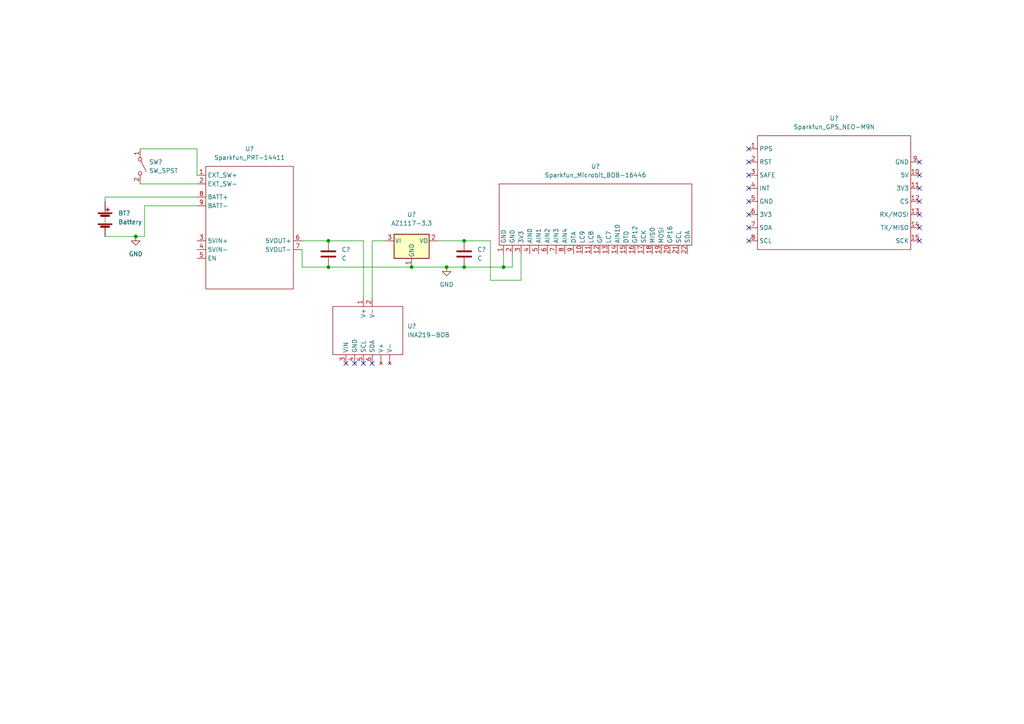
<source format=kicad_sch>
(kicad_sch (version 20230121) (generator eeschema)
  (paper "A4")
  (title_block (title "Backup Emergency Recovery Transmitter") (date "2023-02-21") (rev "Gen2-Rev2") (company "Make to Innovate") (comment 1 "HABET") (comment 2 "Matthew E. Nelson"))
  (lib_symbols
    (symbol "Device:Battery" (pin_numbers hide) (pin_names (offset 0) hide)
      (property "Reference" "BT" (at 2.54 2.54 0))
      (property "Value" "Battery" (at 2.54 0 0))
      (symbol "Battery_0_1"
        (rectangle (start -2.032 -1.397) (end 2.032 -1.651) (fill (type outline)))
        (rectangle (start -2.032 1.778) (end 2.032 1.524) (fill (type outline)))
        (rectangle (start -1.3208 -1.9812) (end 1.27 -2.4892) (fill (type outline)))
        (rectangle (start -1.3208 1.1938) (end 1.27 0.6858) (fill (type outline)))
        (polyline (pts (xy 0 -1.524) (xy 0 -1.27)))
        (polyline (pts (xy 0 -1.016) (xy 0 -0.762)))
        (polyline (pts (xy 0 -0.508) (xy 0 -0.254)))
        (polyline (pts (xy 0 0) (xy 0 0.254)))
        (polyline (pts (xy 0 0.508) (xy 0 0.762)))
        (polyline (pts (xy 0 1.778) (xy 0 2.54)))
        (polyline (pts (xy 0.254 2.667) (xy 1.27 2.667)) (stroke (width 0.254)))
        (polyline (pts (xy 0.762 3.175) (xy 0.762 2.159)) (stroke (width 0.254)))
      )
      (symbol "Battery_1_1"
        (pin passive line (at 0 5.08 270) (length 2.54) (name "+") (number "1"))
        (pin passive line (at 0 -5.08 90) (length 2.54) (name "-") (number "2"))
      )
    )
    (symbol "Device:C" (pin_numbers hide) (pin_names (offset 0.254))
      (property "Reference" "C" (at 0.635 2.54 0))
      (property "Value" "C" (at 0.635 -2.54 0))
      (symbol "C_0_1"
        (polyline (pts (xy -2.032 -0.762) (xy 2.032 -0.762)) (stroke (width 0.508)))
        (polyline (pts (xy -2.032 0.762) (xy 2.032 0.762)) (stroke (width 0.508)))
      )
      (symbol "C_1_1"
        (pin passive line (at 0 3.81 270) (length 2.794) (name "~") (number "1"))
        (pin passive line (at 0 -3.81 90) (length 2.794) (name "~") (number "2"))
      )
    )
    (symbol "HAR:INA219-BOB"
      (property "Reference" "U" (at 0 0 0))
      (property "Value" "INA219-BOB" (at 0 0 0))
      (symbol "INA219-BOB_0_1"
        (rectangle (start -10.16 7.62) (end 10.16 -6.35))
      )
      (symbol "INA219-BOB_1_1"
        (pin no_connect line (at 3.81 -8.89 90) (length 2.54) (name "V+") (number ""))
        (pin no_connect line (at 6.35 -8.89 90) (length 2.54) (name "V-") (number ""))
        (pin power_in line (at -1.27 10.16 270) (length 2.54) (name "V+") (number "1"))
        (pin power_out line (at 1.27 10.16 270) (length 2.54) (name "V-") (number "2"))
        (pin power_in line (at -6.35 -8.89 90) (length 2.54) (name "VIN") (number "3"))
        (pin power_in line (at -3.81 -8.89 90) (length 2.54) (name "GND") (number "4"))
        (pin bidirectional line (at -1.27 -8.89 90) (length 2.54) (name "SCL") (number "5"))
        (pin bidirectional line (at 1.27 -8.89 90) (length 2.54) (name "SDA") (number "6"))
      )
    )
    (symbol "HAR:Sparkfun_GPS_NEO-M9N"
      (property "Reference" "U" (at 0 0 0))
      (property "Value" "Sparkfun_GPS_NEO-M9N" (at 0 2.54 0))
      (symbol "Sparkfun_GPS_NEO-M9N_0_1"
        (rectangle (start -21.59 16.51) (end 22.86 -16.51))
      )
      (symbol "Sparkfun_GPS_NEO-M9N_1_1"
        (pin bidirectional line (at -24.13 12.7 0) (length 2.54) (name "PPS") (number "1"))
        (pin power_in line (at 25.4 5.08 180) (length 2.54) (name "5V") (number "10"))
        (pin power_in line (at 25.4 1.27 180) (length 2.54) (name "3V3") (number "11"))
        (pin bidirectional line (at 25.4 -2.54 180) (length 2.54) (name "CS") (number "12"))
        (pin bidirectional line (at 25.4 -6.35 180) (length 2.54) (name "RX/MOSI") (number "13"))
        (pin bidirectional line (at 25.4 -10.16 180) (length 2.54) (name "TX/MISO") (number "14"))
        (pin bidirectional line (at 25.4 -13.97 180) (length 2.54) (name "SCK") (number "15"))
        (pin bidirectional line (at -24.13 8.89 0) (length 2.54) (name "RST") (number "2"))
        (pin bidirectional line (at -24.13 5.08 0) (length 2.54) (name "SAFE") (number "3"))
        (pin bidirectional line (at -24.13 1.27 0) (length 2.54) (name "INT") (number "4"))
        (pin power_in line (at -24.13 -2.54 0) (length 2.54) (name "GND") (number "5"))
        (pin power_in line (at -24.13 -6.35 0) (length 2.54) (name "3V3") (number "6"))
        (pin bidirectional line (at -24.13 -10.16 0) (length 2.54) (name "SDA") (number "7"))
        (pin bidirectional line (at -24.13 -13.97 0) (length 2.54) (name "SCL") (number "8"))
        (pin power_in line (at 25.4 8.89 180) (length 2.54) (name "GND") (number "9"))
      )
    )
    (symbol "HAR:Sparkfun_Microbit_BOB-16446"
      (property "Reference" "U" (at 0 0 0))
      (property "Value" "Sparkfun_Microbit_BOB-16446" (at 0 3.81 0))
      (symbol "Sparkfun_Microbit_BOB-16446_0_1"
        (rectangle (start -27.94 8.89) (end 27.94 -8.89))
      )
      (symbol "Sparkfun_Microbit_BOB-16446_1_1"
        (pin power_in line (at -26.67 -11.43 90) (length 2.54) (name "GND") (number "1"))
        (pin bidirectional line (at -3.81 -11.43 90) (length 2.54) (name "LC9") (number "10"))
        (pin bidirectional line (at -1.27 -11.43 90) (length 2.54) (name "LC8") (number "11"))
        (pin bidirectional line (at 1.27 -11.43 90) (length 2.54) (name "GP") (number "12"))
        (pin bidirectional line (at 3.81 -11.43 90) (length 2.54) (name "LC7") (number "13"))
        (pin bidirectional line (at 6.35 -11.43 90) (length 2.54) (name "AIN10") (number "14"))
        (pin bidirectional line (at 8.89 -11.43 90) (length 2.54) (name "DTD") (number "15"))
        (pin bidirectional line (at 11.43 -11.43 90) (length 2.54) (name "GP12") (number "16"))
        (pin bidirectional line (at 13.97 -11.43 90) (length 2.54) (name "SCK") (number "17"))
        (pin bidirectional line (at 16.51 -11.43 90) (length 2.54) (name "MISO") (number "18"))
        (pin bidirectional line (at 19.05 -11.43 90) (length 2.54) (name "MOSI") (number "19"))
        (pin power_in line (at -24.13 -11.43 90) (length 2.54) (name "GND") (number "2"))
        (pin bidirectional line (at 21.59 -11.43 90) (length 2.54) (name "GP16") (number "20"))
        (pin bidirectional line (at 24.13 -11.43 90) (length 2.54) (name "SCL") (number "21"))
        (pin bidirectional line (at 26.67 -11.43 90) (length 2.54) (name "SDA") (number "22"))
        (pin power_in line (at -21.59 -11.43 90) (length 2.54) (name "3V3") (number "3"))
        (pin bidirectional line (at -19.05 -11.43 90) (length 2.54) (name "AIN0") (number "4"))
        (pin bidirectional line (at -16.51 -11.43 90) (length 2.54) (name "AIN1") (number "5"))
        (pin bidirectional line (at -13.97 -11.43 90) (length 2.54) (name "AIN2") (number "6"))
        (pin bidirectional line (at -11.43 -11.43 90) (length 2.54) (name "AIN3") (number "7"))
        (pin bidirectional line (at -8.89 -11.43 90) (length 2.54) (name "AIN4") (number "8"))
        (pin bidirectional line (at -6.35 -11.43 90) (length 2.54) (name "DTA") (number "9"))
      )
    )
    (symbol "HAR:Sparkfun_PRT-14411"
      (property "Reference" "U" (at 0 0 0))
      (property "Value" "Sparkfun_PRT-14411" (at 0 2.54 0))
      (symbol "Sparkfun_PRT-14411_0_1"
        (rectangle (start -12.7 17.78) (end 12.7 -17.78))
      )
      (symbol "Sparkfun_PRT-14411_1_1"
        (pin bidirectional line (at -15.24 15.24 0) (length 2.54) (name "EXT_SW+") (number "1"))
        (pin bidirectional line (at -15.24 12.7 0) (length 2.54) (name "EXT_SW-") (number "2"))
        (pin power_in line (at -15.24 -3.81 0) (length 2.54) (name "5VIN+") (number "3"))
        (pin power_in line (at -15.24 -6.35 0) (length 2.54) (name "5VIN-") (number "4"))
        (pin input line (at -15.24 -8.89 0) (length 2.54) (name "EN") (number "5"))
        (pin power_out line (at 15.24 -3.81 180) (length 2.54) (name "5VOUT+") (number "6"))
        (pin power_out line (at 15.24 -6.35 180) (length 2.54) (name "5VOUT-") (number "7"))
        (pin power_in line (at -15.24 8.89 0) (length 2.54) (name "BATT+") (number "8"))
        (pin power_in line (at -15.24 6.35 0) (length 2.54) (name "BATT-") (number "9"))
      )
    )
    (symbol "Regulator_Linear:AZ1117-3.3" (pin_names (offset 0.254))
      (property "Reference" "U" (at -3.81 3.175 0))
      (property "Value" "AZ1117-3.3" (at 0 3.175 0))
      (symbol "AZ1117-3.3_0_1"
        (rectangle (start -5.08 1.905) (end 5.08 -5.08) (stroke (width 0.254)) (fill (type background)))
      )
      (symbol "AZ1117-3.3_1_1"
        (pin power_in line (at 0 -7.62 90) (length 2.54) (name "GND") (number "1"))
        (pin power_out line (at 7.62 0 180) (length 2.54) (name "VO") (number "2"))
        (pin power_in line (at -7.62 0 0) (length 2.54) (name "VI") (number "3"))
      )
    )
    (symbol "Switch:SW_SPST" (pin_names (offset 0) hide)
      (property "Reference" "SW" (at 0 3.175 0))
      (property "Value" "SW_SPST" (at 0 -2.54 0))
      (symbol "SW_SPST_0_0"
        (circle (center -2.032 0) (radius 0.508))
        (polyline (pts (xy -1.524 0.254) (xy 1.524 1.778)))
        (circle (center 2.032 0) (radius 0.508))
      )
      (symbol "SW_SPST_1_1"
        (pin passive line (at -5.08 0 0) (length 2.54) (name "A") (number "1"))
        (pin passive line (at 5.08 0 180) (length 2.54) (name "B") (number "2"))
      )
    )
    (symbol "power:GND" (power) (pin_names (offset 0))
      (property "Value" "GND" (at 0 -3.81 0))
      (symbol "GND_0_1"
        (polyline (pts (xy 0 0) (xy 0 -1.27) (xy 1.27 -1.27) (xy 0 -2.54) (xy -1.27 -1.27) (xy 0 -1.27)))
      )
      (symbol "GND_1_1"
        (pin power_in line (at 0 0 270) (length 0) hide (name "GND") (number "1"))
      )
    )
  )
  (junction (at 95.25 69.85))
  (junction (at 129.54 77.47))
  (junction (at 119.38 77.47))
  (junction (at 95.25 77.47))
  (junction (at 39.37 68.58))
  (junction (at 146.05 77.47))
  (junction (at 134.62 69.85))
  (junction (at 134.62 77.47))
  (no_connect (at 217.17 50.8))
  (no_connect (at 105.41 105.41))
  (no_connect (at 102.87 105.41))
  (no_connect (at 266.7 50.8))
  (no_connect (at 266.7 66.04))
  (no_connect (at 266.7 54.61))
  (no_connect (at 217.17 58.42))
  (no_connect (at 266.7 69.85))
  (no_connect (at 217.17 46.99))
  (no_connect (at 266.7 62.23))
  (no_connect (at 100.33 105.41))
  (no_connect (at 266.7 58.42))
  (no_connect (at 217.17 54.61))
  (no_connect (at 217.17 66.04))
  (no_connect (at 217.17 69.85))
  (no_connect (at 217.17 43.18))
  (no_connect (at 107.95 105.41))
  (no_connect (at 266.7 46.99))
  (no_connect (at 217.17 62.23))
  (wire (pts (xy 142.24 81.28) (xy 151.13 81.28)))
  (wire (pts (xy 151.13 81.28) (xy 151.13 73.66)))
  (wire (pts (xy 30.48 57.15) (xy 57.15 57.15)))
  (wire (pts (xy 148.59 77.47) (xy 146.05 77.47)))
  (wire (pts (xy 146.05 77.47) (xy 134.62 77.47)))
  (wire (pts (xy 87.63 69.85) (xy 95.25 69.85)))
  (wire (pts (xy 41.91 68.58) (xy 41.91 59.69)))
  (wire (pts (xy 119.38 77.47) (xy 129.54 77.47)))
  (wire (pts (xy 134.62 69.85) (xy 142.24 69.85)))
  (wire (pts (xy 30.48 58.42) (xy 30.48 57.15)))
  (wire (pts (xy 57.15 43.18) (xy 57.15 50.8)))
  (wire (pts (xy 95.25 77.47) (xy 119.38 77.47)))
  (wire (pts (xy 146.05 73.66) (xy 146.05 77.47)))
  (wire (pts (xy 87.63 72.39) (xy 87.63 77.47)))
  (wire (pts (xy 41.91 59.69) (xy 57.15 59.69)))
  (wire (pts (xy 105.41 69.85) (xy 105.41 86.36)))
  (wire (pts (xy 39.37 68.58) (xy 41.91 68.58)))
  (wire (pts (xy 95.25 69.85) (xy 105.41 69.85)))
  (wire (pts (xy 107.95 69.85) (xy 111.76 69.85)))
  (wire (pts (xy 129.54 77.47) (xy 134.62 77.47)))
  (wire (pts (xy 30.48 68.58) (xy 39.37 68.58)))
  (wire (pts (xy 142.24 69.85) (xy 142.24 81.28)))
  (wire (pts (xy 148.59 73.66) (xy 148.59 77.47)))
  (wire (pts (xy 87.63 77.47) (xy 95.25 77.47)))
  (wire (pts (xy 127 69.85) (xy 134.62 69.85)))
  (wire (pts (xy 40.64 53.34) (xy 57.15 53.34)))
  (wire (pts (xy 40.64 43.18) (xy 57.15 43.18)))
  (wire (pts (xy 107.95 86.36) (xy 107.95 69.85)))
  (symbol (lib_id "power:GND") (at 39.37 68.58 0) (unit 1)
    (property "Reference" "#PWR?" (effects hide))
    (property "Value" "GND" (at 39.37 73.66 0))
  )
  (symbol (lib_id "Device:Battery") (at 30.48 63.5 0) (unit 1)
    (property "Reference" "BT?" (at 34.29 61.8489 0) (effects (justify left)))
    (property "Value" "Battery" (at 34.29 64.3889 0) (effects (justify left)))
  )
  (symbol (lib_id "Device:C") (at 134.62 73.66 0) (unit 1)
    (property "Reference" "C?" (at 138.43 72.3899 0) (effects (justify left)))
    (property "Value" "C" (at 138.43 74.9299 0) (effects (justify left)))
  )
  (symbol (lib_id "Switch:SW_SPST") (at 40.64 48.26 270) (unit 1)
    (property "Reference" "SW?" (at 43.18 46.9899 90) (effects (justify left)))
    (property "Value" "SW_SPST" (at 43.18 49.5299 90) (effects (justify left)))
  )
  (symbol (lib_id "HAR:Sparkfun_PRT-14411") (at 72.39 66.04 0) (unit 1)
    (property "Reference" "U?" (at 72.39 43.18 0))
    (property "Value" "Sparkfun_PRT-14411" (at 72.39 45.72 0))
  )
  (symbol (lib_id "HAR:Sparkfun_Microbit_BOB-16446") (at 172.72 62.23 0) (unit 1)
    (property "Reference" "U?" (at 172.72 48.26 0))
    (property "Value" "Sparkfun_Microbit_BOB-16446" (at 172.72 50.8 0))
  )
  (symbol (lib_id "power:GND") (at 129.54 77.47 0) (unit 1)
    (property "Reference" "#PWR?" (effects hide))
    (property "Value" "GND" (at 129.54 82.55 0))
  )
  (symbol (lib_id "HAR:INA219-BOB") (at 106.68 96.52 0) (unit 1)
    (property "Reference" "U?" (at 118.11 94.6149 0) (effects (justify left)))
    (property "Value" "INA219-BOB" (at 118.11 97.1549 0) (effects (justify left)))
  )
  (symbol (lib_id "Device:C") (at 95.25 73.66 0) (unit 1)
    (property "Reference" "C?" (at 99.06 72.3899 0) (effects (justify left)))
    (property "Value" "C" (at 99.06 74.9299 0) (effects (justify left)))
  )
  (symbol (lib_id "HAR:Sparkfun_GPS_NEO-M9N") (at 241.3 55.88 0) (unit 1)
    (property "Reference" "U?" (at 241.935 34.29 0))
    (property "Value" "Sparkfun_GPS_NEO-M9N" (at 241.935 36.83 0))
  )
  (symbol (lib_id "Regulator_Linear:AZ1117-3.3") (at 119.38 69.85 0) (unit 1)
    (property "Reference" "U?" (at 119.38 62.23 0))
    (property "Value" "AZ1117-3.3" (at 119.38 64.77 0))
    (property "Datasheet" "https://www.diodes.com/assets/Datasheets/AZ1117.pdf" (effects hide))
  )
)
</source>
